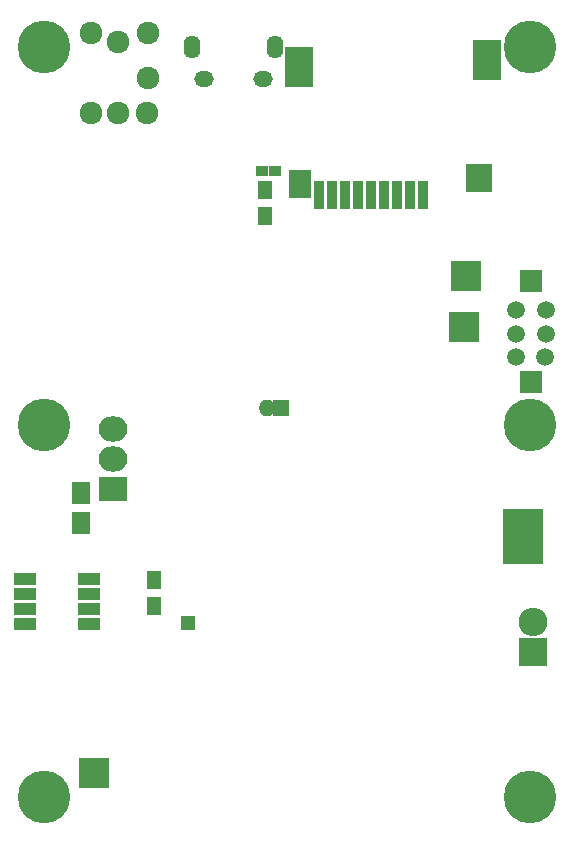
<source format=gbs>
G04 #@! TF.FileFunction,Soldermask,Bot*
%FSLAX46Y46*%
G04 Gerber Fmt 4.6, Leading zero omitted, Abs format (unit mm)*
G04 Created by KiCad (PCBNEW 4.0.2-stable) date 09/05/2016 17:30:52*
%MOMM*%
G01*
G04 APERTURE LIST*
%ADD10C,0.200000*%
%ADD11R,0.900000X2.400000*%
%ADD12R,2.400000X3.400000*%
%ADD13R,2.300000X2.400000*%
%ADD14R,1.900000X2.400000*%
%ADD15R,1.300000X1.600000*%
%ADD16R,3.400000X0.700000*%
%ADD17C,1.924000*%
%ADD18R,1.400000X1.400000*%
%ADD19O,1.400000X1.400000*%
%ADD20C,4.464000*%
%ADD21R,1.000000X0.900000*%
%ADD22R,1.950000X1.000000*%
%ADD23O,1.650000X1.350000*%
%ADD24O,1.400000X1.950000*%
%ADD25R,1.200000X1.200000*%
%ADD26R,2.432000X2.432000*%
%ADD27O,2.432000X2.432000*%
%ADD28C,1.500000*%
%ADD29R,1.900000X1.900000*%
%ADD30R,1.650000X1.900000*%
%ADD31R,2.432000X2.127200*%
%ADD32O,2.432000X2.127200*%
%ADD33R,2.635200X2.635200*%
G04 APERTURE END LIST*
D10*
D11*
X178902000Y-104998000D03*
X177802000Y-104998000D03*
X176702000Y-104998000D03*
X175602000Y-104998000D03*
X174502000Y-104998000D03*
X173402000Y-104998000D03*
X172302000Y-104998000D03*
X171202000Y-104998000D03*
X170102000Y-104998000D03*
D12*
X184302000Y-93598000D03*
D13*
X183602000Y-103598000D03*
D14*
X168502000Y-104098000D03*
D12*
X168402000Y-94198000D03*
D15*
X165481000Y-104627500D03*
X165481000Y-106827500D03*
D16*
X187325000Y-135953000D03*
X187325000Y-135453000D03*
X187325000Y-134953000D03*
X187325000Y-134453000D03*
X187325000Y-133953000D03*
X187325000Y-133453000D03*
X187325000Y-132953000D03*
X187325000Y-132453000D03*
X187325000Y-131953000D03*
D17*
X153085000Y-92044000D03*
X155585000Y-91344000D03*
X155585000Y-95094000D03*
X150785000Y-98094000D03*
X155535000Y-98044000D03*
X150785000Y-91344000D03*
X153035000Y-98044000D03*
D18*
X166878000Y-123063000D03*
D19*
X165638000Y-123063000D03*
D20*
X187960000Y-124460000D03*
X187960000Y-92456000D03*
X187960000Y-155956000D03*
X146812000Y-155956000D03*
X146812000Y-124460000D03*
D21*
X165261200Y-102971600D03*
X166361200Y-102971600D03*
D22*
X145191500Y-141351000D03*
X145191500Y-140081000D03*
X145191500Y-138811000D03*
X145191500Y-137541000D03*
X150591500Y-137541000D03*
X150591500Y-138811000D03*
X150591500Y-140081000D03*
X150591500Y-141351000D03*
D23*
X165314900Y-95161540D03*
X160314900Y-95161540D03*
D24*
X166314900Y-92461540D03*
X159314900Y-92461540D03*
D25*
X159004000Y-141287500D03*
D26*
X188163200Y-143713200D03*
D27*
X188163200Y-141173200D03*
D15*
X156083000Y-139784000D03*
X156083000Y-137584000D03*
D20*
X146812000Y-92456000D03*
D28*
X189223500Y-118768000D03*
X186773500Y-118768000D03*
X189273500Y-114768000D03*
X186773500Y-114768000D03*
X189273500Y-116768000D03*
D29*
X188023500Y-120868000D03*
X188023500Y-112268000D03*
D28*
X186773500Y-116768000D03*
D30*
X149923500Y-130258500D03*
X149923500Y-132758500D03*
D31*
X152654000Y-129921000D03*
D32*
X152654000Y-127381000D03*
X152654000Y-124841000D03*
D33*
X182562500Y-111887000D03*
X151028400Y-153924000D03*
X182372000Y-116230400D03*
M02*

</source>
